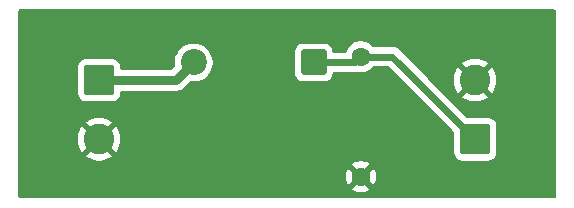
<source format=gbr>
%TF.GenerationSoftware,KiCad,Pcbnew,9.0.2*%
%TF.CreationDate,2025-06-05T16:57:29+05:30*%
%TF.ProjectId,Halfwave Rectifier,48616c66-7761-4766-9520-526563746966,rev?*%
%TF.SameCoordinates,Original*%
%TF.FileFunction,Copper,L2,Bot*%
%TF.FilePolarity,Positive*%
%FSLAX46Y46*%
G04 Gerber Fmt 4.6, Leading zero omitted, Abs format (unit mm)*
G04 Created by KiCad (PCBNEW 9.0.2) date 2025-06-05 16:57:29*
%MOMM*%
%LPD*%
G01*
G04 APERTURE LIST*
G04 Aperture macros list*
%AMRoundRect*
0 Rectangle with rounded corners*
0 $1 Rounding radius*
0 $2 $3 $4 $5 $6 $7 $8 $9 X,Y pos of 4 corners*
0 Add a 4 corners polygon primitive as box body*
4,1,4,$2,$3,$4,$5,$6,$7,$8,$9,$2,$3,0*
0 Add four circle primitives for the rounded corners*
1,1,$1+$1,$2,$3*
1,1,$1+$1,$4,$5*
1,1,$1+$1,$6,$7*
1,1,$1+$1,$8,$9*
0 Add four rect primitives between the rounded corners*
20,1,$1+$1,$2,$3,$4,$5,0*
20,1,$1+$1,$4,$5,$6,$7,0*
20,1,$1+$1,$6,$7,$8,$9,0*
20,1,$1+$1,$8,$9,$2,$3,0*%
G04 Aperture macros list end*
%TA.AperFunction,ComponentPad*%
%ADD10C,2.600000*%
%TD*%
%TA.AperFunction,ComponentPad*%
%ADD11RoundRect,0.250000X1.050000X-1.050000X1.050000X1.050000X-1.050000X1.050000X-1.050000X-1.050000X0*%
%TD*%
%TA.AperFunction,ComponentPad*%
%ADD12RoundRect,0.250000X-1.050000X1.050000X-1.050000X-1.050000X1.050000X-1.050000X1.050000X1.050000X0*%
%TD*%
%TA.AperFunction,ComponentPad*%
%ADD13RoundRect,0.249999X0.850001X0.850001X-0.850001X0.850001X-0.850001X-0.850001X0.850001X-0.850001X0*%
%TD*%
%TA.AperFunction,ComponentPad*%
%ADD14C,2.200000*%
%TD*%
%TA.AperFunction,ComponentPad*%
%ADD15C,1.600000*%
%TD*%
%TA.AperFunction,Conductor*%
%ADD16C,0.800000*%
%TD*%
%TA.AperFunction,Conductor*%
%ADD17C,0.600000*%
%TD*%
G04 APERTURE END LIST*
D10*
%TO.P,J2,2,Pin_2*%
%TO.N,GND*%
X224422500Y-149500000D03*
D11*
%TO.P,J2,1,Pin_1*%
%TO.N,Net-(D1-K)*%
X224422500Y-154500000D03*
%TD*%
D10*
%TO.P,J1,2,Pin_2*%
%TO.N,GND*%
X192577500Y-154500000D03*
D12*
%TO.P,J1,1,Pin_1*%
%TO.N,Net-(D1-A)*%
X192577500Y-149500000D03*
%TD*%
D13*
%TO.P,D1,1,K*%
%TO.N,Net-(D1-K)*%
X210750000Y-148000000D03*
D14*
%TO.P,D1,2,A*%
%TO.N,Net-(D1-A)*%
X200590000Y-148000000D03*
%TD*%
D15*
%TO.P,R1,1*%
%TO.N,Net-(D1-K)*%
X214750000Y-147500000D03*
%TO.P,R1,2*%
%TO.N,GND*%
X214750000Y-157660000D03*
%TD*%
D16*
%TO.N,Net-(D1-A)*%
X192577500Y-149500000D02*
X192250000Y-149500000D01*
D17*
%TO.N,Net-(D1-K)*%
X214250000Y-148000000D02*
X214750000Y-147500000D01*
D16*
%TO.N,Net-(D1-A)*%
X192577500Y-149500000D02*
X199090000Y-149500000D01*
D17*
%TO.N,Net-(D1-K)*%
X210750000Y-148000000D02*
X214250000Y-148000000D01*
X214750000Y-147500000D02*
X217422500Y-147500000D01*
X217422500Y-147500000D02*
X224422500Y-154500000D01*
D16*
%TO.N,Net-(D1-A)*%
X199090000Y-149500000D02*
X200590000Y-148000000D01*
%TD*%
%TA.AperFunction,Conductor*%
%TO.N,GND*%
G36*
X231192539Y-143520185D02*
G01*
X231238294Y-143572989D01*
X231249500Y-143624500D01*
X231249500Y-159375500D01*
X231229815Y-159442539D01*
X231177011Y-159488294D01*
X231125500Y-159499500D01*
X185874500Y-159499500D01*
X185807461Y-159479815D01*
X185761706Y-159427011D01*
X185750500Y-159375500D01*
X185750500Y-157557682D01*
X213450000Y-157557682D01*
X213450000Y-157762317D01*
X213482009Y-157964417D01*
X213545244Y-158159031D01*
X213638141Y-158341350D01*
X213638147Y-158341359D01*
X213670523Y-158385921D01*
X213670524Y-158385922D01*
X214350000Y-157706446D01*
X214350000Y-157712661D01*
X214377259Y-157814394D01*
X214429920Y-157905606D01*
X214504394Y-157980080D01*
X214595606Y-158032741D01*
X214697339Y-158060000D01*
X214703553Y-158060000D01*
X214024076Y-158739474D01*
X214068650Y-158771859D01*
X214250968Y-158864755D01*
X214445582Y-158927990D01*
X214647683Y-158960000D01*
X214852317Y-158960000D01*
X215054417Y-158927990D01*
X215249031Y-158864755D01*
X215431349Y-158771859D01*
X215475921Y-158739474D01*
X214796447Y-158060000D01*
X214802661Y-158060000D01*
X214904394Y-158032741D01*
X214995606Y-157980080D01*
X215070080Y-157905606D01*
X215122741Y-157814394D01*
X215150000Y-157712661D01*
X215150000Y-157706447D01*
X215829474Y-158385921D01*
X215861859Y-158341349D01*
X215954755Y-158159031D01*
X216017990Y-157964417D01*
X216050000Y-157762317D01*
X216050000Y-157557682D01*
X216017990Y-157355582D01*
X215954755Y-157160968D01*
X215861859Y-156978650D01*
X215829474Y-156934077D01*
X215829474Y-156934076D01*
X215150000Y-157613551D01*
X215150000Y-157607339D01*
X215122741Y-157505606D01*
X215070080Y-157414394D01*
X214995606Y-157339920D01*
X214904394Y-157287259D01*
X214802661Y-157260000D01*
X214796446Y-157260000D01*
X215475922Y-156580524D01*
X215475921Y-156580523D01*
X215431359Y-156548147D01*
X215431350Y-156548141D01*
X215249031Y-156455244D01*
X215054417Y-156392009D01*
X214852317Y-156360000D01*
X214647683Y-156360000D01*
X214445582Y-156392009D01*
X214250968Y-156455244D01*
X214068644Y-156548143D01*
X214024077Y-156580523D01*
X214024077Y-156580524D01*
X214703554Y-157260000D01*
X214697339Y-157260000D01*
X214595606Y-157287259D01*
X214504394Y-157339920D01*
X214429920Y-157414394D01*
X214377259Y-157505606D01*
X214350000Y-157607339D01*
X214350000Y-157613553D01*
X213670524Y-156934077D01*
X213670523Y-156934077D01*
X213638143Y-156978644D01*
X213545244Y-157160968D01*
X213482009Y-157355582D01*
X213450000Y-157557682D01*
X185750500Y-157557682D01*
X185750500Y-154382014D01*
X190777500Y-154382014D01*
X190777500Y-154617985D01*
X190808299Y-154851914D01*
X190869370Y-155079837D01*
X190959660Y-155297819D01*
X190959665Y-155297828D01*
X191077644Y-155502171D01*
X191077645Y-155502172D01*
X191140221Y-155583723D01*
X191976458Y-154747487D01*
X192001478Y-154807890D01*
X192072612Y-154914351D01*
X192163149Y-155004888D01*
X192269610Y-155076022D01*
X192330011Y-155101041D01*
X191493775Y-155937277D01*
X191575327Y-155999854D01*
X191575328Y-155999855D01*
X191779671Y-156117834D01*
X191779680Y-156117839D01*
X191997663Y-156208129D01*
X191997661Y-156208129D01*
X192225585Y-156269200D01*
X192459514Y-156299999D01*
X192459529Y-156300000D01*
X192695471Y-156300000D01*
X192695485Y-156299999D01*
X192929414Y-156269200D01*
X193157337Y-156208129D01*
X193375319Y-156117839D01*
X193375328Y-156117834D01*
X193579681Y-155999850D01*
X193661223Y-155937279D01*
X193661223Y-155937276D01*
X192824987Y-155101041D01*
X192885390Y-155076022D01*
X192991851Y-155004888D01*
X193082388Y-154914351D01*
X193153522Y-154807890D01*
X193178541Y-154747487D01*
X194014776Y-155583723D01*
X194014779Y-155583723D01*
X194077350Y-155502181D01*
X194195334Y-155297828D01*
X194195339Y-155297819D01*
X194285629Y-155079837D01*
X194346700Y-154851914D01*
X194377499Y-154617985D01*
X194377500Y-154617971D01*
X194377500Y-154382028D01*
X194377499Y-154382014D01*
X194346700Y-154148085D01*
X194285629Y-153920162D01*
X194195339Y-153702180D01*
X194195334Y-153702171D01*
X194077355Y-153497828D01*
X194077354Y-153497827D01*
X194014777Y-153416275D01*
X193178541Y-154252511D01*
X193153522Y-154192110D01*
X193082388Y-154085649D01*
X192991851Y-153995112D01*
X192885390Y-153923978D01*
X192824988Y-153898958D01*
X193661223Y-153062721D01*
X193579672Y-153000145D01*
X193579671Y-153000144D01*
X193375328Y-152882165D01*
X193375319Y-152882160D01*
X193157336Y-152791870D01*
X193157338Y-152791870D01*
X192929414Y-152730799D01*
X192695485Y-152700000D01*
X192459514Y-152700000D01*
X192225585Y-152730799D01*
X191997662Y-152791870D01*
X191779680Y-152882160D01*
X191779671Y-152882165D01*
X191575328Y-153000144D01*
X191575318Y-153000150D01*
X191493775Y-153062720D01*
X191493775Y-153062721D01*
X192330012Y-153898958D01*
X192269610Y-153923978D01*
X192163149Y-153995112D01*
X192072612Y-154085649D01*
X192001478Y-154192110D01*
X191976458Y-154252512D01*
X191140221Y-153416275D01*
X191140220Y-153416275D01*
X191077650Y-153497818D01*
X191077644Y-153497828D01*
X190959665Y-153702171D01*
X190959660Y-153702180D01*
X190869370Y-153920162D01*
X190808299Y-154148085D01*
X190777500Y-154382014D01*
X185750500Y-154382014D01*
X185750500Y-148399983D01*
X190777000Y-148399983D01*
X190777000Y-150600001D01*
X190777001Y-150600018D01*
X190787500Y-150702796D01*
X190787501Y-150702799D01*
X190842685Y-150869331D01*
X190842686Y-150869334D01*
X190934788Y-151018656D01*
X191058844Y-151142712D01*
X191208166Y-151234814D01*
X191374703Y-151289999D01*
X191477491Y-151300500D01*
X193677508Y-151300499D01*
X193780297Y-151289999D01*
X193946834Y-151234814D01*
X194096156Y-151142712D01*
X194220212Y-151018656D01*
X194312314Y-150869334D01*
X194367499Y-150702797D01*
X194378000Y-150600009D01*
X194378000Y-150524500D01*
X194397685Y-150457461D01*
X194450489Y-150411706D01*
X194502000Y-150400500D01*
X199178693Y-150400500D01*
X199178694Y-150400499D01*
X199352666Y-150365895D01*
X199434606Y-150331953D01*
X199516547Y-150298013D01*
X199604959Y-150238936D01*
X199664036Y-150199464D01*
X200245813Y-149617685D01*
X200307134Y-149584202D01*
X200352886Y-149582895D01*
X200464038Y-149600500D01*
X200464040Y-149600500D01*
X200715961Y-149600500D01*
X200715962Y-149600500D01*
X200964785Y-149561090D01*
X201204379Y-149483241D01*
X201428845Y-149368870D01*
X201632656Y-149220793D01*
X201810793Y-149042656D01*
X201958870Y-148838845D01*
X202073241Y-148614379D01*
X202151090Y-148374785D01*
X202190500Y-148125962D01*
X202190500Y-147874038D01*
X202151090Y-147625215D01*
X202073241Y-147385621D01*
X202073239Y-147385618D01*
X202073239Y-147385616D01*
X202012905Y-147267206D01*
X201958870Y-147161155D01*
X201914431Y-147099990D01*
X201914425Y-147099982D01*
X209149500Y-147099982D01*
X209149500Y-148900017D01*
X209160000Y-149002796D01*
X209187455Y-149085649D01*
X209215186Y-149169335D01*
X209307288Y-149318656D01*
X209431344Y-149442712D01*
X209580665Y-149534814D01*
X209747202Y-149589999D01*
X209849990Y-149600500D01*
X209849995Y-149600500D01*
X211650005Y-149600500D01*
X211650010Y-149600500D01*
X211752798Y-149589999D01*
X211919335Y-149534814D01*
X212068656Y-149442712D01*
X212192712Y-149318656D01*
X212284814Y-149169335D01*
X212339999Y-149002798D01*
X212344047Y-148963165D01*
X212349286Y-148911897D01*
X212375682Y-148847205D01*
X212432863Y-148807054D01*
X212472644Y-148800500D01*
X214328843Y-148800500D01*
X214359488Y-148794403D01*
X214448447Y-148776707D01*
X214492034Y-148775852D01*
X214647648Y-148800500D01*
X214647649Y-148800500D01*
X214852351Y-148800500D01*
X214852352Y-148800500D01*
X215054534Y-148768477D01*
X215249219Y-148705220D01*
X215431610Y-148612287D01*
X215524590Y-148544732D01*
X215597213Y-148491971D01*
X215597215Y-148491968D01*
X215597219Y-148491966D01*
X215741966Y-148347219D01*
X215741972Y-148347210D01*
X215744748Y-148343962D01*
X215803258Y-148305773D01*
X215839033Y-148300500D01*
X217039560Y-148300500D01*
X217106599Y-148320185D01*
X217127241Y-148336819D01*
X222585681Y-153795259D01*
X222619166Y-153856582D01*
X222622000Y-153882940D01*
X222622000Y-155600001D01*
X222622001Y-155600018D01*
X222632500Y-155702796D01*
X222632501Y-155702799D01*
X222687685Y-155869331D01*
X222687686Y-155869334D01*
X222779788Y-156018656D01*
X222903844Y-156142712D01*
X223053166Y-156234814D01*
X223219703Y-156289999D01*
X223322491Y-156300500D01*
X225522508Y-156300499D01*
X225625297Y-156289999D01*
X225791834Y-156234814D01*
X225941156Y-156142712D01*
X226065212Y-156018656D01*
X226157314Y-155869334D01*
X226212499Y-155702797D01*
X226223000Y-155600009D01*
X226222999Y-153399992D01*
X226212499Y-153297203D01*
X226157314Y-153130666D01*
X226065212Y-152981344D01*
X225941156Y-152857288D01*
X225791834Y-152765186D01*
X225625297Y-152710001D01*
X225625295Y-152710000D01*
X225522516Y-152699500D01*
X225522509Y-152699500D01*
X223805440Y-152699500D01*
X223738401Y-152679815D01*
X223717759Y-152663181D01*
X222031585Y-150977006D01*
X220436593Y-149382014D01*
X222622500Y-149382014D01*
X222622500Y-149617985D01*
X222653299Y-149851914D01*
X222714370Y-150079837D01*
X222804660Y-150297819D01*
X222804665Y-150297828D01*
X222922644Y-150502171D01*
X222922645Y-150502172D01*
X222985221Y-150583723D01*
X223821458Y-149747487D01*
X223846478Y-149807890D01*
X223917612Y-149914351D01*
X224008149Y-150004888D01*
X224114610Y-150076022D01*
X224175011Y-150101041D01*
X223338775Y-150937277D01*
X223420327Y-150999854D01*
X223420328Y-150999855D01*
X223624671Y-151117834D01*
X223624680Y-151117839D01*
X223842663Y-151208129D01*
X223842661Y-151208129D01*
X224070585Y-151269200D01*
X224304514Y-151299999D01*
X224304529Y-151300000D01*
X224540471Y-151300000D01*
X224540485Y-151299999D01*
X224774414Y-151269200D01*
X225002337Y-151208129D01*
X225220319Y-151117839D01*
X225220328Y-151117834D01*
X225424681Y-150999850D01*
X225506223Y-150937279D01*
X225506223Y-150937276D01*
X224669987Y-150101041D01*
X224730390Y-150076022D01*
X224836851Y-150004888D01*
X224927388Y-149914351D01*
X224998522Y-149807890D01*
X225023541Y-149747487D01*
X225859776Y-150583723D01*
X225859779Y-150583723D01*
X225922350Y-150502181D01*
X226040334Y-150297828D01*
X226040339Y-150297819D01*
X226130629Y-150079837D01*
X226191700Y-149851914D01*
X226222499Y-149617985D01*
X226222500Y-149617971D01*
X226222500Y-149382028D01*
X226222499Y-149382014D01*
X226191700Y-149148085D01*
X226130629Y-148920162D01*
X226040339Y-148702180D01*
X226040334Y-148702171D01*
X225922355Y-148497828D01*
X225922354Y-148497827D01*
X225859777Y-148416275D01*
X225023541Y-149252511D01*
X224998522Y-149192110D01*
X224927388Y-149085649D01*
X224836851Y-148995112D01*
X224730390Y-148923978D01*
X224669988Y-148898958D01*
X225506223Y-148062721D01*
X225424672Y-148000145D01*
X225424671Y-148000144D01*
X225220328Y-147882165D01*
X225220319Y-147882160D01*
X225002336Y-147791870D01*
X225002338Y-147791870D01*
X224774414Y-147730799D01*
X224540485Y-147700000D01*
X224304514Y-147700000D01*
X224070585Y-147730799D01*
X223842662Y-147791870D01*
X223624680Y-147882160D01*
X223624671Y-147882165D01*
X223420328Y-148000144D01*
X223420318Y-148000150D01*
X223338775Y-148062720D01*
X223338775Y-148062721D01*
X224175012Y-148898958D01*
X224114610Y-148923978D01*
X224008149Y-148995112D01*
X223917612Y-149085649D01*
X223846478Y-149192110D01*
X223821458Y-149252512D01*
X222985221Y-148416275D01*
X222985220Y-148416275D01*
X222922650Y-148497818D01*
X222922644Y-148497828D01*
X222804665Y-148702171D01*
X222804660Y-148702180D01*
X222714370Y-148920162D01*
X222653299Y-149148085D01*
X222622500Y-149382014D01*
X220436593Y-149382014D01*
X217932792Y-146878213D01*
X217932788Y-146878210D01*
X217801685Y-146790609D01*
X217801672Y-146790602D01*
X217656001Y-146730264D01*
X217655989Y-146730261D01*
X217501345Y-146699500D01*
X217501342Y-146699500D01*
X215839033Y-146699500D01*
X215771994Y-146679815D01*
X215744748Y-146656038D01*
X215741964Y-146652779D01*
X215597213Y-146508028D01*
X215431613Y-146387715D01*
X215431612Y-146387714D01*
X215431610Y-146387713D01*
X215374653Y-146358691D01*
X215249223Y-146294781D01*
X215054534Y-146231522D01*
X214879995Y-146203878D01*
X214852352Y-146199500D01*
X214647648Y-146199500D01*
X214623329Y-146203351D01*
X214445465Y-146231522D01*
X214250776Y-146294781D01*
X214068386Y-146387715D01*
X213902786Y-146508028D01*
X213758028Y-146652786D01*
X213637715Y-146818386D01*
X213544781Y-147000778D01*
X213508052Y-147113818D01*
X213468614Y-147171494D01*
X213404256Y-147198692D01*
X213390121Y-147199500D01*
X212472644Y-147199500D01*
X212405605Y-147179815D01*
X212359850Y-147127011D01*
X212349286Y-147088103D01*
X212343157Y-147028116D01*
X212339999Y-146997202D01*
X212284814Y-146830665D01*
X212192712Y-146681344D01*
X212068656Y-146557288D01*
X211919335Y-146465186D01*
X211752798Y-146410001D01*
X211752796Y-146410000D01*
X211650017Y-146399500D01*
X211650010Y-146399500D01*
X209849990Y-146399500D01*
X209849982Y-146399500D01*
X209747203Y-146410000D01*
X209747202Y-146410001D01*
X209664669Y-146437349D01*
X209580667Y-146465185D01*
X209580662Y-146465187D01*
X209431342Y-146557289D01*
X209307289Y-146681342D01*
X209215187Y-146830662D01*
X209215186Y-146830665D01*
X209160001Y-146997202D01*
X209160001Y-146997203D01*
X209160000Y-146997203D01*
X209149500Y-147099982D01*
X201914425Y-147099982D01*
X201810798Y-146957350D01*
X201810794Y-146957345D01*
X201632654Y-146779205D01*
X201632649Y-146779201D01*
X201428848Y-146631132D01*
X201428847Y-146631131D01*
X201428845Y-146631130D01*
X201358747Y-146595413D01*
X201204383Y-146516760D01*
X200964785Y-146438910D01*
X200715962Y-146399500D01*
X200464038Y-146399500D01*
X200397738Y-146410001D01*
X200215214Y-146438910D01*
X199975616Y-146516760D01*
X199751151Y-146631132D01*
X199547350Y-146779201D01*
X199547345Y-146779205D01*
X199369205Y-146957345D01*
X199369201Y-146957350D01*
X199221132Y-147161151D01*
X199106760Y-147385616D01*
X199028910Y-147625214D01*
X198989500Y-147874038D01*
X198989500Y-148125967D01*
X199007103Y-148237108D01*
X198998148Y-148306402D01*
X198972311Y-148344187D01*
X198753317Y-148563182D01*
X198691997Y-148596666D01*
X198665638Y-148599500D01*
X194501999Y-148599500D01*
X194434960Y-148579815D01*
X194389205Y-148527011D01*
X194377999Y-148475500D01*
X194377999Y-148399998D01*
X194377998Y-148399981D01*
X194367499Y-148297203D01*
X194367498Y-148297200D01*
X194347585Y-148237108D01*
X194312314Y-148130666D01*
X194220212Y-147981344D01*
X194096156Y-147857288D01*
X193946834Y-147765186D01*
X193780297Y-147710001D01*
X193780295Y-147710000D01*
X193677510Y-147699500D01*
X191477498Y-147699500D01*
X191477481Y-147699501D01*
X191374703Y-147710000D01*
X191374700Y-147710001D01*
X191208168Y-147765185D01*
X191208163Y-147765187D01*
X191058842Y-147857289D01*
X190934789Y-147981342D01*
X190842687Y-148130663D01*
X190842686Y-148130666D01*
X190787501Y-148297203D01*
X190787501Y-148297204D01*
X190787500Y-148297204D01*
X190777000Y-148399983D01*
X185750500Y-148399983D01*
X185750500Y-143624500D01*
X185770185Y-143557461D01*
X185822989Y-143511706D01*
X185874500Y-143500500D01*
X231125500Y-143500500D01*
X231192539Y-143520185D01*
G37*
%TD.AperFunction*%
%TD*%
M02*

</source>
